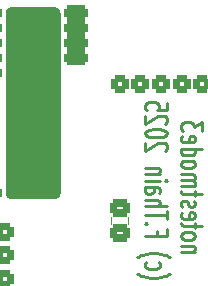
<source format=gbo>
G04 #@! TF.GenerationSoftware,KiCad,Pcbnew,7.0.11*
G04 #@! TF.CreationDate,2025-03-05T13:55:34+11:00*
G04 #@! TF.ProjectId,notestmode3,6e6f7465-7374-46d6-9f64-65332e6b6963,rev?*
G04 #@! TF.SameCoordinates,Original*
G04 #@! TF.FileFunction,Legend,Bot*
G04 #@! TF.FilePolarity,Positive*
%FSLAX46Y46*%
G04 Gerber Fmt 4.6, Leading zero omitted, Abs format (unit mm)*
G04 Created by KiCad (PCBNEW 7.0.11) date 2025-03-05 13:55:34*
%MOMM*%
%LPD*%
G01*
G04 APERTURE LIST*
G04 Aperture macros list*
%AMRoundRect*
0 Rectangle with rounded corners*
0 $1 Rounding radius*
0 $2 $3 $4 $5 $6 $7 $8 $9 X,Y pos of 4 corners*
0 Add a 4 corners polygon primitive as box body*
4,1,4,$2,$3,$4,$5,$6,$7,$8,$9,$2,$3,0*
0 Add four circle primitives for the rounded corners*
1,1,$1+$1,$2,$3*
1,1,$1+$1,$4,$5*
1,1,$1+$1,$6,$7*
1,1,$1+$1,$8,$9*
0 Add four rect primitives between the rounded corners*
20,1,$1+$1,$2,$3,$4,$5,0*
20,1,$1+$1,$4,$5,$6,$7,0*
20,1,$1+$1,$6,$7,$8,$9,0*
20,1,$1+$1,$8,$9,$2,$3,0*%
G04 Aperture macros list end*
%ADD10C,0.250000*%
%ADD11C,0.119998*%
%ADD12RoundRect,0.300960X-0.451440X-0.451440X0.451440X-0.451440X0.451440X0.451440X-0.451440X0.451440X0*%
%ADD13RoundRect,0.317500X-0.723900X-0.317500X0.723900X-0.317500X0.723900X0.317500X-0.723900X0.317500X0*%
%ADD14RoundRect,0.314851X0.562549X-0.425049X0.562549X0.425049X-0.562549X0.425049X-0.562549X-0.425049X0*%
G04 APERTURE END LIST*
D10*
X140130285Y-147207141D02*
X138930285Y-147207141D01*
X139958857Y-147207141D02*
X140044571Y-147149998D01*
X140044571Y-147149998D02*
X140130285Y-147035713D01*
X140130285Y-147035713D02*
X140130285Y-146864284D01*
X140130285Y-146864284D02*
X140044571Y-146749998D01*
X140044571Y-146749998D02*
X139873142Y-146692856D01*
X139873142Y-146692856D02*
X138930285Y-146692856D01*
X138930285Y-145949999D02*
X139016000Y-146064284D01*
X139016000Y-146064284D02*
X139101714Y-146121427D01*
X139101714Y-146121427D02*
X139273142Y-146178570D01*
X139273142Y-146178570D02*
X139787428Y-146178570D01*
X139787428Y-146178570D02*
X139958857Y-146121427D01*
X139958857Y-146121427D02*
X140044571Y-146064284D01*
X140044571Y-146064284D02*
X140130285Y-145949999D01*
X140130285Y-145949999D02*
X140130285Y-145778570D01*
X140130285Y-145778570D02*
X140044571Y-145664284D01*
X140044571Y-145664284D02*
X139958857Y-145607142D01*
X139958857Y-145607142D02*
X139787428Y-145549999D01*
X139787428Y-145549999D02*
X139273142Y-145549999D01*
X139273142Y-145549999D02*
X139101714Y-145607142D01*
X139101714Y-145607142D02*
X139016000Y-145664284D01*
X139016000Y-145664284D02*
X138930285Y-145778570D01*
X138930285Y-145778570D02*
X138930285Y-145949999D01*
X140130285Y-145207142D02*
X140130285Y-144749999D01*
X140730285Y-145035713D02*
X139187428Y-145035713D01*
X139187428Y-145035713D02*
X139016000Y-144978570D01*
X139016000Y-144978570D02*
X138930285Y-144864285D01*
X138930285Y-144864285D02*
X138930285Y-144749999D01*
X139016000Y-143892856D02*
X138930285Y-144007142D01*
X138930285Y-144007142D02*
X138930285Y-144235714D01*
X138930285Y-144235714D02*
X139016000Y-144349999D01*
X139016000Y-144349999D02*
X139187428Y-144407142D01*
X139187428Y-144407142D02*
X139873142Y-144407142D01*
X139873142Y-144407142D02*
X140044571Y-144349999D01*
X140044571Y-144349999D02*
X140130285Y-144235714D01*
X140130285Y-144235714D02*
X140130285Y-144007142D01*
X140130285Y-144007142D02*
X140044571Y-143892856D01*
X140044571Y-143892856D02*
X139873142Y-143835714D01*
X139873142Y-143835714D02*
X139701714Y-143835714D01*
X139701714Y-143835714D02*
X139530285Y-144407142D01*
X139016000Y-143378571D02*
X138930285Y-143264285D01*
X138930285Y-143264285D02*
X138930285Y-143035714D01*
X138930285Y-143035714D02*
X139016000Y-142921428D01*
X139016000Y-142921428D02*
X139187428Y-142864285D01*
X139187428Y-142864285D02*
X139273142Y-142864285D01*
X139273142Y-142864285D02*
X139444571Y-142921428D01*
X139444571Y-142921428D02*
X139530285Y-143035714D01*
X139530285Y-143035714D02*
X139530285Y-143207143D01*
X139530285Y-143207143D02*
X139616000Y-143321428D01*
X139616000Y-143321428D02*
X139787428Y-143378571D01*
X139787428Y-143378571D02*
X139873142Y-143378571D01*
X139873142Y-143378571D02*
X140044571Y-143321428D01*
X140044571Y-143321428D02*
X140130285Y-143207143D01*
X140130285Y-143207143D02*
X140130285Y-143035714D01*
X140130285Y-143035714D02*
X140044571Y-142921428D01*
X140130285Y-142521428D02*
X140130285Y-142064285D01*
X140730285Y-142349999D02*
X139187428Y-142349999D01*
X139187428Y-142349999D02*
X139016000Y-142292856D01*
X139016000Y-142292856D02*
X138930285Y-142178571D01*
X138930285Y-142178571D02*
X138930285Y-142064285D01*
X138930285Y-141664285D02*
X140130285Y-141664285D01*
X139958857Y-141664285D02*
X140044571Y-141607142D01*
X140044571Y-141607142D02*
X140130285Y-141492857D01*
X140130285Y-141492857D02*
X140130285Y-141321428D01*
X140130285Y-141321428D02*
X140044571Y-141207142D01*
X140044571Y-141207142D02*
X139873142Y-141150000D01*
X139873142Y-141150000D02*
X138930285Y-141150000D01*
X139873142Y-141150000D02*
X140044571Y-141092857D01*
X140044571Y-141092857D02*
X140130285Y-140978571D01*
X140130285Y-140978571D02*
X140130285Y-140807142D01*
X140130285Y-140807142D02*
X140044571Y-140692857D01*
X140044571Y-140692857D02*
X139873142Y-140635714D01*
X139873142Y-140635714D02*
X138930285Y-140635714D01*
X138930285Y-139892857D02*
X139016000Y-140007142D01*
X139016000Y-140007142D02*
X139101714Y-140064285D01*
X139101714Y-140064285D02*
X139273142Y-140121428D01*
X139273142Y-140121428D02*
X139787428Y-140121428D01*
X139787428Y-140121428D02*
X139958857Y-140064285D01*
X139958857Y-140064285D02*
X140044571Y-140007142D01*
X140044571Y-140007142D02*
X140130285Y-139892857D01*
X140130285Y-139892857D02*
X140130285Y-139721428D01*
X140130285Y-139721428D02*
X140044571Y-139607142D01*
X140044571Y-139607142D02*
X139958857Y-139550000D01*
X139958857Y-139550000D02*
X139787428Y-139492857D01*
X139787428Y-139492857D02*
X139273142Y-139492857D01*
X139273142Y-139492857D02*
X139101714Y-139550000D01*
X139101714Y-139550000D02*
X139016000Y-139607142D01*
X139016000Y-139607142D02*
X138930285Y-139721428D01*
X138930285Y-139721428D02*
X138930285Y-139892857D01*
X138930285Y-138464286D02*
X140730285Y-138464286D01*
X139016000Y-138464286D02*
X138930285Y-138578571D01*
X138930285Y-138578571D02*
X138930285Y-138807143D01*
X138930285Y-138807143D02*
X139016000Y-138921428D01*
X139016000Y-138921428D02*
X139101714Y-138978571D01*
X139101714Y-138978571D02*
X139273142Y-139035714D01*
X139273142Y-139035714D02*
X139787428Y-139035714D01*
X139787428Y-139035714D02*
X139958857Y-138978571D01*
X139958857Y-138978571D02*
X140044571Y-138921428D01*
X140044571Y-138921428D02*
X140130285Y-138807143D01*
X140130285Y-138807143D02*
X140130285Y-138578571D01*
X140130285Y-138578571D02*
X140044571Y-138464286D01*
X139016000Y-137435714D02*
X138930285Y-137550000D01*
X138930285Y-137550000D02*
X138930285Y-137778572D01*
X138930285Y-137778572D02*
X139016000Y-137892857D01*
X139016000Y-137892857D02*
X139187428Y-137950000D01*
X139187428Y-137950000D02*
X139873142Y-137950000D01*
X139873142Y-137950000D02*
X140044571Y-137892857D01*
X140044571Y-137892857D02*
X140130285Y-137778572D01*
X140130285Y-137778572D02*
X140130285Y-137550000D01*
X140130285Y-137550000D02*
X140044571Y-137435714D01*
X140044571Y-137435714D02*
X139873142Y-137378572D01*
X139873142Y-137378572D02*
X139701714Y-137378572D01*
X139701714Y-137378572D02*
X139530285Y-137950000D01*
X140730285Y-136978572D02*
X140730285Y-136235715D01*
X140730285Y-136235715D02*
X140044571Y-136635715D01*
X140044571Y-136635715D02*
X140044571Y-136464286D01*
X140044571Y-136464286D02*
X139958857Y-136350001D01*
X139958857Y-136350001D02*
X139873142Y-136292858D01*
X139873142Y-136292858D02*
X139701714Y-136235715D01*
X139701714Y-136235715D02*
X139273142Y-136235715D01*
X139273142Y-136235715D02*
X139101714Y-136292858D01*
X139101714Y-136292858D02*
X139016000Y-136350001D01*
X139016000Y-136350001D02*
X138930285Y-136464286D01*
X138930285Y-136464286D02*
X138930285Y-136807143D01*
X138930285Y-136807143D02*
X139016000Y-136921429D01*
X139016000Y-136921429D02*
X139101714Y-136978572D01*
X135244571Y-149057142D02*
X135330285Y-149114285D01*
X135330285Y-149114285D02*
X135587428Y-149228571D01*
X135587428Y-149228571D02*
X135758857Y-149285714D01*
X135758857Y-149285714D02*
X136016000Y-149342856D01*
X136016000Y-149342856D02*
X136444571Y-149399999D01*
X136444571Y-149399999D02*
X136787428Y-149399999D01*
X136787428Y-149399999D02*
X137216000Y-149342856D01*
X137216000Y-149342856D02*
X137473142Y-149285714D01*
X137473142Y-149285714D02*
X137644571Y-149228571D01*
X137644571Y-149228571D02*
X137901714Y-149114285D01*
X137901714Y-149114285D02*
X137987428Y-149057142D01*
X136016000Y-148085714D02*
X135930285Y-148199999D01*
X135930285Y-148199999D02*
X135930285Y-148428571D01*
X135930285Y-148428571D02*
X136016000Y-148542856D01*
X136016000Y-148542856D02*
X136101714Y-148599999D01*
X136101714Y-148599999D02*
X136273142Y-148657142D01*
X136273142Y-148657142D02*
X136787428Y-148657142D01*
X136787428Y-148657142D02*
X136958857Y-148599999D01*
X136958857Y-148599999D02*
X137044571Y-148542856D01*
X137044571Y-148542856D02*
X137130285Y-148428571D01*
X137130285Y-148428571D02*
X137130285Y-148199999D01*
X137130285Y-148199999D02*
X137044571Y-148085714D01*
X135244571Y-147685714D02*
X135330285Y-147628571D01*
X135330285Y-147628571D02*
X135587428Y-147514285D01*
X135587428Y-147514285D02*
X135758857Y-147457143D01*
X135758857Y-147457143D02*
X136016000Y-147400000D01*
X136016000Y-147400000D02*
X136444571Y-147342857D01*
X136444571Y-147342857D02*
X136787428Y-147342857D01*
X136787428Y-147342857D02*
X137216000Y-147400000D01*
X137216000Y-147400000D02*
X137473142Y-147457143D01*
X137473142Y-147457143D02*
X137644571Y-147514285D01*
X137644571Y-147514285D02*
X137901714Y-147628571D01*
X137901714Y-147628571D02*
X137987428Y-147685714D01*
X136873142Y-145457142D02*
X136873142Y-145857142D01*
X135930285Y-145857142D02*
X137730285Y-145857142D01*
X137730285Y-145857142D02*
X137730285Y-145285714D01*
X136101714Y-144828571D02*
X136016000Y-144771428D01*
X136016000Y-144771428D02*
X135930285Y-144828571D01*
X135930285Y-144828571D02*
X136016000Y-144885714D01*
X136016000Y-144885714D02*
X136101714Y-144828571D01*
X136101714Y-144828571D02*
X135930285Y-144828571D01*
X137730285Y-144428571D02*
X137730285Y-143742857D01*
X135930285Y-144085714D02*
X137730285Y-144085714D01*
X135930285Y-143342856D02*
X137730285Y-143342856D01*
X135930285Y-142828571D02*
X136873142Y-142828571D01*
X136873142Y-142828571D02*
X137044571Y-142885713D01*
X137044571Y-142885713D02*
X137130285Y-142999999D01*
X137130285Y-142999999D02*
X137130285Y-143171428D01*
X137130285Y-143171428D02*
X137044571Y-143285713D01*
X137044571Y-143285713D02*
X136958857Y-143342856D01*
X135930285Y-141742857D02*
X136873142Y-141742857D01*
X136873142Y-141742857D02*
X137044571Y-141799999D01*
X137044571Y-141799999D02*
X137130285Y-141914285D01*
X137130285Y-141914285D02*
X137130285Y-142142857D01*
X137130285Y-142142857D02*
X137044571Y-142257142D01*
X136016000Y-141742857D02*
X135930285Y-141857142D01*
X135930285Y-141857142D02*
X135930285Y-142142857D01*
X135930285Y-142142857D02*
X136016000Y-142257142D01*
X136016000Y-142257142D02*
X136187428Y-142314285D01*
X136187428Y-142314285D02*
X136358857Y-142314285D01*
X136358857Y-142314285D02*
X136530285Y-142257142D01*
X136530285Y-142257142D02*
X136616000Y-142142857D01*
X136616000Y-142142857D02*
X136616000Y-141857142D01*
X136616000Y-141857142D02*
X136701714Y-141742857D01*
X135930285Y-141171428D02*
X137130285Y-141171428D01*
X137730285Y-141171428D02*
X137644571Y-141228571D01*
X137644571Y-141228571D02*
X137558857Y-141171428D01*
X137558857Y-141171428D02*
X137644571Y-141114285D01*
X137644571Y-141114285D02*
X137730285Y-141171428D01*
X137730285Y-141171428D02*
X137558857Y-141171428D01*
X137130285Y-140599999D02*
X135930285Y-140599999D01*
X136958857Y-140599999D02*
X137044571Y-140542856D01*
X137044571Y-140542856D02*
X137130285Y-140428571D01*
X137130285Y-140428571D02*
X137130285Y-140257142D01*
X137130285Y-140257142D02*
X137044571Y-140142856D01*
X137044571Y-140142856D02*
X136873142Y-140085714D01*
X136873142Y-140085714D02*
X135930285Y-140085714D01*
X137558857Y-138657142D02*
X137644571Y-138599999D01*
X137644571Y-138599999D02*
X137730285Y-138485714D01*
X137730285Y-138485714D02*
X137730285Y-138199999D01*
X137730285Y-138199999D02*
X137644571Y-138085714D01*
X137644571Y-138085714D02*
X137558857Y-138028571D01*
X137558857Y-138028571D02*
X137387428Y-137971428D01*
X137387428Y-137971428D02*
X137216000Y-137971428D01*
X137216000Y-137971428D02*
X136958857Y-138028571D01*
X136958857Y-138028571D02*
X135930285Y-138714285D01*
X135930285Y-138714285D02*
X135930285Y-137971428D01*
X137730285Y-137228571D02*
X137730285Y-137114285D01*
X137730285Y-137114285D02*
X137644571Y-136999999D01*
X137644571Y-136999999D02*
X137558857Y-136942857D01*
X137558857Y-136942857D02*
X137387428Y-136885714D01*
X137387428Y-136885714D02*
X137044571Y-136828571D01*
X137044571Y-136828571D02*
X136616000Y-136828571D01*
X136616000Y-136828571D02*
X136273142Y-136885714D01*
X136273142Y-136885714D02*
X136101714Y-136942857D01*
X136101714Y-136942857D02*
X136016000Y-136999999D01*
X136016000Y-136999999D02*
X135930285Y-137114285D01*
X135930285Y-137114285D02*
X135930285Y-137228571D01*
X135930285Y-137228571D02*
X136016000Y-137342857D01*
X136016000Y-137342857D02*
X136101714Y-137399999D01*
X136101714Y-137399999D02*
X136273142Y-137457142D01*
X136273142Y-137457142D02*
X136616000Y-137514285D01*
X136616000Y-137514285D02*
X137044571Y-137514285D01*
X137044571Y-137514285D02*
X137387428Y-137457142D01*
X137387428Y-137457142D02*
X137558857Y-137399999D01*
X137558857Y-137399999D02*
X137644571Y-137342857D01*
X137644571Y-137342857D02*
X137730285Y-137228571D01*
X137558857Y-136371428D02*
X137644571Y-136314285D01*
X137644571Y-136314285D02*
X137730285Y-136200000D01*
X137730285Y-136200000D02*
X137730285Y-135914285D01*
X137730285Y-135914285D02*
X137644571Y-135800000D01*
X137644571Y-135800000D02*
X137558857Y-135742857D01*
X137558857Y-135742857D02*
X137387428Y-135685714D01*
X137387428Y-135685714D02*
X137216000Y-135685714D01*
X137216000Y-135685714D02*
X136958857Y-135742857D01*
X136958857Y-135742857D02*
X135930285Y-136428571D01*
X135930285Y-136428571D02*
X135930285Y-135685714D01*
X137730285Y-134600000D02*
X137730285Y-135171428D01*
X137730285Y-135171428D02*
X136873142Y-135228571D01*
X136873142Y-135228571D02*
X136958857Y-135171428D01*
X136958857Y-135171428D02*
X137044571Y-135057143D01*
X137044571Y-135057143D02*
X137044571Y-134771428D01*
X137044571Y-134771428D02*
X136958857Y-134657143D01*
X136958857Y-134657143D02*
X136873142Y-134600000D01*
X136873142Y-134600000D02*
X136701714Y-134542857D01*
X136701714Y-134542857D02*
X136273142Y-134542857D01*
X136273142Y-134542857D02*
X136101714Y-134600000D01*
X136101714Y-134600000D02*
X136016000Y-134657143D01*
X136016000Y-134657143D02*
X135930285Y-134771428D01*
X135930285Y-134771428D02*
X135930285Y-135057143D01*
X135930285Y-135057143D02*
X136016000Y-135171428D01*
X136016000Y-135171428D02*
X136101714Y-135228571D01*
D11*
G04 #@! TO.C,C1*
X133015000Y-144811252D02*
X133015000Y-144288748D01*
X134485000Y-144811252D02*
X134485000Y-144288748D01*
G04 #@! TD*
G36*
X128258059Y-126501061D02*
G01*
X128363223Y-126514906D01*
X128394491Y-126523284D01*
X128484918Y-126560740D01*
X128512951Y-126576925D01*
X128590601Y-126636508D01*
X128613491Y-126659398D01*
X128673074Y-126737048D01*
X128689259Y-126765081D01*
X128726715Y-126855508D01*
X128735093Y-126886775D01*
X128748939Y-126991939D01*
X128750000Y-127008125D01*
X128750000Y-142241874D01*
X128748939Y-142258060D01*
X128735093Y-142363224D01*
X128726715Y-142394491D01*
X128689259Y-142484918D01*
X128673074Y-142512951D01*
X128613491Y-142590601D01*
X128590601Y-142613491D01*
X128512951Y-142673074D01*
X128484918Y-142689259D01*
X128394491Y-142726715D01*
X128363224Y-142735093D01*
X128258060Y-142748939D01*
X128241874Y-142750000D01*
X124608126Y-142750000D01*
X124591940Y-142748939D01*
X124486775Y-142735093D01*
X124455508Y-142726715D01*
X124365081Y-142689259D01*
X124337048Y-142673074D01*
X124259398Y-142613491D01*
X124236508Y-142590601D01*
X124176925Y-142512951D01*
X124160740Y-142484918D01*
X124123284Y-142394491D01*
X124114906Y-142363223D01*
X124101061Y-142258059D01*
X124100000Y-142241874D01*
X124100000Y-127008125D01*
X124101061Y-126991940D01*
X124114906Y-126886776D01*
X124123284Y-126855508D01*
X124160740Y-126765081D01*
X124176925Y-126737048D01*
X124236508Y-126659398D01*
X124259398Y-126636508D01*
X124337048Y-126576925D01*
X124365081Y-126560740D01*
X124455508Y-126523284D01*
X124486776Y-126514906D01*
X124591941Y-126501061D01*
X124608126Y-126500000D01*
X128241874Y-126500000D01*
X128258059Y-126501061D01*
G37*
%LPC*%
D12*
G04 #@! TO.C,J6*
X137250000Y-132999000D03*
G04 #@! TD*
G04 #@! TO.C,J4*
X140750000Y-133000000D03*
G04 #@! TD*
G04 #@! TO.C,J17*
X124000000Y-145500000D03*
G04 #@! TD*
G04 #@! TO.C,J8*
X133750000Y-132999000D03*
G04 #@! TD*
G04 #@! TO.C,J7*
X135500000Y-133000000D03*
G04 #@! TD*
G04 #@! TO.C,J19*
X124000000Y-149500000D03*
G04 #@! TD*
D13*
G04 #@! TO.C,J1*
X122809000Y-127000000D03*
X122809000Y-128270000D03*
X122809000Y-129540000D03*
X122809000Y-130810000D03*
X122809000Y-132080000D03*
X122809000Y-142240000D03*
X130048000Y-130810000D03*
X130048000Y-129540000D03*
X130048000Y-128270000D03*
X130048000Y-127000000D03*
G04 #@! TD*
D12*
G04 #@! TO.C,J5*
X139000000Y-133000000D03*
G04 #@! TD*
G04 #@! TO.C,J18*
X124000000Y-147500000D03*
G04 #@! TD*
D14*
G04 #@! TO.C,C1*
X133750000Y-145587500D03*
X133750000Y-143512500D03*
G04 #@! TD*
%LPD*%
M02*

</source>
